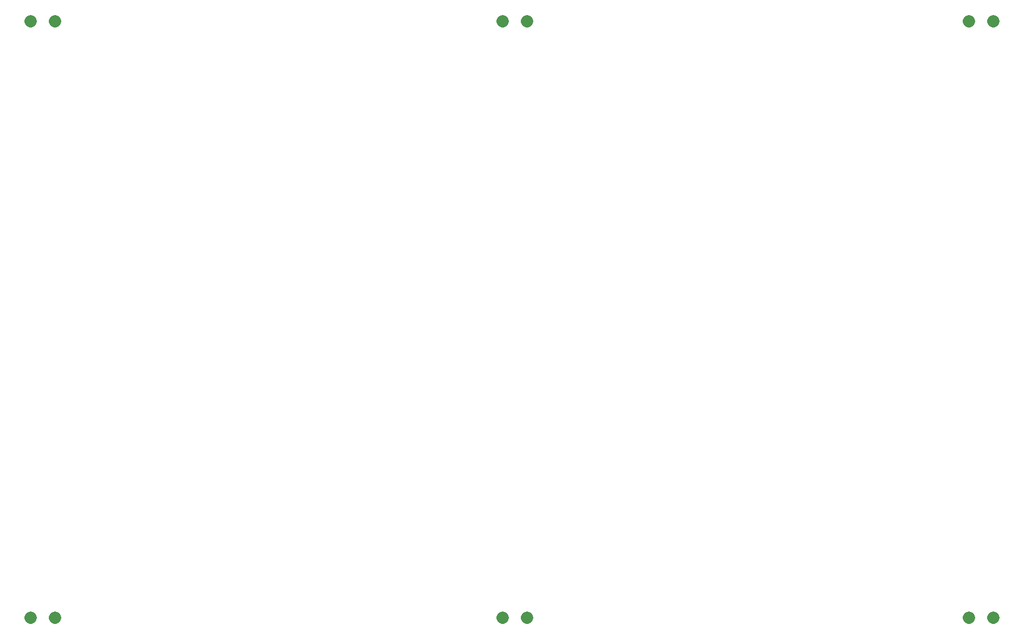
<source format=gbr>
%TF.GenerationSoftware,KiCad,Pcbnew,5.1.10*%
%TF.CreationDate,2021-06-16T10:43:04-05:00*%
%TF.ProjectId,olkbd_ble,6f6c6b62-645f-4626-9c65-2e6b69636164,rev?*%
%TF.SameCoordinates,Original*%
%TF.FileFunction,Other,ECO1*%
%FSLAX46Y46*%
G04 Gerber Fmt 4.6, Leading zero omitted, Abs format (unit mm)*
G04 Created by KiCad (PCBNEW 5.1.10) date 2021-06-16 10:43:04*
%MOMM*%
%LPD*%
G01*
G04 APERTURE LIST*
%ADD10C,2.000000*%
G04 APERTURE END LIST*
D10*
%TO.C,mouse-bite-2mm-slot-3*%
X298138000Y-250650000D02*
X298138000Y-250650000D01*
X302138000Y-250650000D02*
X302138000Y-250650000D01*
%TO.C,mouse-bite-2mm-slot-1*%
X145138000Y-250650000D02*
X145138000Y-250650000D01*
X149138000Y-250650000D02*
X149138000Y-250650000D01*
%TO.C,mouse-bite-2mm-slot-6*%
X298138000Y-153400000D02*
X298138000Y-153400000D01*
X302138000Y-153400000D02*
X302138000Y-153400000D01*
%TO.C,mouse-bite-2mm-slot-2*%
X222138000Y-250650000D02*
X222138000Y-250650000D01*
X226138000Y-250650000D02*
X226138000Y-250650000D01*
%TO.C,mouse-bite-2mm-slot-5*%
X222138000Y-153400000D02*
X222138000Y-153400000D01*
X226138000Y-153400000D02*
X226138000Y-153400000D01*
%TO.C,mouse-bite-2mm-slot-4*%
X145138000Y-153400000D02*
X145138000Y-153400000D01*
X149138000Y-153400000D02*
X149138000Y-153400000D01*
%TD*%
M02*

</source>
